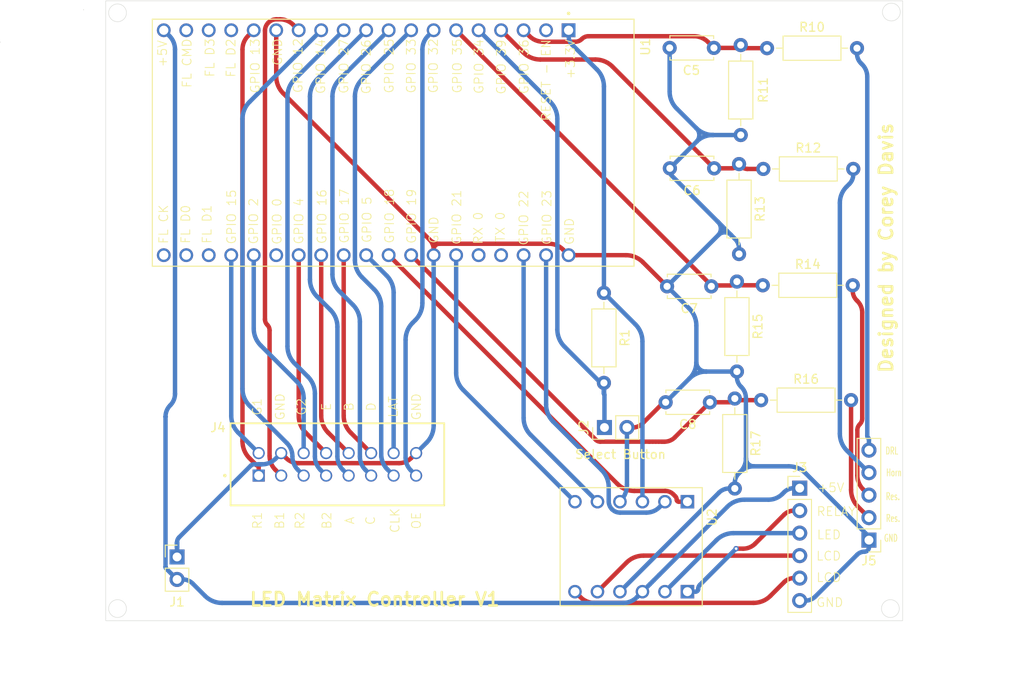
<source format=kicad_pcb>
(kicad_pcb (version 20221018) (generator pcbnew)
  (layers (0 "F.Cu" signal) (31 "B.Cu" signal) (34 "B.Paste" user) (35 "F.Paste" user) (36 "B.SilkS" user "B.Silkscreen") (37 "F.SilkS" user "F.Silkscreen") (38 "B.Mask" user) (39 "F.Mask" user) (44 "Edge.Cuts" user))
  (net 0 "")
  (net 1 "Net-(U1-SENSOR_VP)")
  (net 2 "GND")
  (net 3 "Net-(U1-SENSOR_VN)")
  (net 4 "Net-(U1-IO35)")
  (net 5 "Net-(U1-IO19)")
  (net 6 "+5V")
  (net 7 "Net-(J2-Pin_1)")
  (net 8 "Net-(J3-Pin_2)")
  (net 9 "Net-(J3-Pin_3)")
  (net 10 "Net-(J3-Pin_4)")
  (net 11 "Net-(J3-Pin_5)")
  (net 12 "Net-(J4-OE)")
  (net 13 "Net-(J4-G1)")
  (net 14 "Net-(J4-CLK)")
  (net 15 "Net-(J4-G2)")
  (net 16 "Net-(J4-E)")
  (net 17 "Net-(J4-A)")
  (net 18 "Net-(J4-B)")
  (net 19 "Net-(J4-C)")
  (net 20 "Net-(J4-D)")
  (net 21 "Net-(J4-LAT)")
  (net 22 "+3.3V")
  (net 23 "Net-(J5-Pin_2)")
  (net 24 "Net-(J5-Pin_3)")
  (net 29 "Net-(U1-IO23)")
  (net 30 "Net-(U1-IO22)")
  (net 33 "Net-(U1-IO21)")
  (net 34 "Net-(U1-IO18)")
  (net 39 "Net-(J4-R1)")
  (net 40 "Net-(J4-B1)")
  (net 41 "Net-(J4-R2)")
  (net 42 "Net-(J4-B2)")
  (net 43 "Net-(J5-Pin_4)")
  (net 44 "Net-(J5-Pin_5)")
  (footprint "Resistor_THT:R_Axial_DIN0207_L6.3mm_D2.5mm_P10.16mm_Horizontal" (layer "F.Cu") (at 116.51 69.09)
    (fp_text reference "R16")
    (fp_text value "47K")
  )
  (footprint "Library:SAMTEC_ZSS-108-01-F-D-506" (layer "F.Cu") (at 59.77 77.61)
    (fp_text reference "J4")
    (fp_text value "ZSS-108-01-F-D-506")
  )
  (footprint "Connector_PinHeader_2.54mm:PinHeader_1x02_P2.54mm_Vertical" (layer "F.Cu") (at 98.82 72.18 90)
    (fp_text reference "J2")
    (fp_text value "Select Button")
  )
  (footprint "Connector_PinHeader_2.54mm:PinHeader_1x02_P2.54mm_Vertical" (layer "F.Cu") (at 50.55 86.8)
    (fp_text reference "J1")
    (fp_text value "5V Power In")
  )
  (footprint "Connector_PinHeader_2.54mm:PinHeader_1x06_P2.54mm_Vertical" (layer "F.Cu") (at 120.87 79.03)
    (fp_text reference "J3")
    (fp_text value "LCD, Relay, LED Signal" hide)
  )
  (footprint "Resistor_THT:R_Axial_DIN0207_L6.3mm_D2.5mm_P10.16mm_Horizontal" (layer "F.Cu") (at 114.21 28.99 -90)
    (fp_text reference "R11")
    (fp_text value "10K")
  )
  (footprint "Connector_PinHeader_2.54mm:PinHeader_1x05_P2.54mm_Vertical" (layer "F.Cu") (at 128.69 84.9 180)
    (fp_text reference "J5")
    (fp_text value "Conn_01x05_Pin" hide)
  )
  (footprint "ESP32-DEVKITC-32D:MODULE_ESP32-DEVKITC-32D" (layer "F.Cu") (at 75.01 40.0175 -90)
    (fp_text reference "U1")
    (fp_text value "ESP32-DEVKITC-32D")
  )
  (footprint "Capacitor_THT:C_Disc_D4.7mm_W2.5mm_P5.00mm" (layer "F.Cu") (at 110.89 56.24 180)
    (fp_text reference "C7")
    (fp_text value "22pF")
  )
  (footprint "BOB-12009:CONV_BOB-12009" (layer "F.Cu") (at 101.84 85.64 -90)
    (fp_text reference "U2")
    (fp_text value "BOB-12009")
  )
  (footprint "Resistor_THT:R_Axial_DIN0207_L6.3mm_D2.5mm_P10.16mm_Horizontal" (layer "F.Cu") (at 114.02 42.43 -90)
    (fp_text reference "R13")
    (fp_text value "10K")
  )
  (footprint "Capacitor_THT:C_Disc_D4.7mm_W2.5mm_P5.00mm" (layer "F.Cu") (at 110.73 69.33 180)
    (fp_text reference "C8")
    (fp_text value "22pF")
  )
  (footprint "Capacitor_THT:C_Disc_D4.7mm_W2.5mm_P5.00mm" (layer "F.Cu") (at 111.18 29.31 180)
    (fp_text reference "C5")
    (fp_text value "22pF")
  )
  (footprint "Resistor_THT:R_Axial_DIN0207_L6.3mm_D2.5mm_P10.16mm_Horizontal" (layer "F.Cu") (at 113.54 68.91 -90)
    (fp_text reference "R17")
    (fp_text value "10K")
  )
  (footprint "Resistor_THT:R_Axial_DIN0207_L6.3mm_D2.5mm_P10.16mm_Horizontal" (layer "F.Cu") (at 113.78 55.7 -90)
    (fp_text reference "R15")
    (fp_text value "10K")
  )
  (footprint "Capacitor_THT:C_Disc_D4.7mm_W2.5mm_P5.00mm" (layer "F.Cu") (at 111.21 42.91 180)
    (fp_text reference "C6")
    (fp_text value "22pF")
  )
  (footprint "Resistor_THT:R_Axial_DIN0207_L6.3mm_D2.5mm_P10.16mm_Horizontal" (layer "F.Cu") (at 98.76 56.98 -90)
    (fp_text reference "R1")
    (fp_text value "1M")
  )
  (footprint "Resistor_THT:R_Axial_DIN0207_L6.3mm_D2.5mm_P10.16mm_Horizontal" (layer "F.Cu") (at 116.7 56.12)
    (fp_text reference "R14")
    (fp_text value "47K")
  )
  (footprint "Resistor_THT:R_Axial_DIN0207_L6.3mm_D2.5mm_P10.16mm_Horizontal" (layer "F.Cu") (at 116.76 42.98)
    (fp_text reference "R12")
    (fp_text value "47K")
  )
  (footprint "Resistor_THT:R_Axial_DIN0207_L6.3mm_D2.5mm_P10.16mm_Horizontal" (layer "F.Cu") (at 117.18 29.34)
    (fp_text reference "R10")
    (fp_text value "47K")
  )
  (gr_circle (center 30.58 28.66) (end 30.58 28.66) (stroke (width 0.05)) (fill none) (layer "Edge.Cuts"))
  (gr_circle (center 131.22 25.26) (end 131.95 25.95) (stroke (width 0.05)) (fill none) (layer "Edge.Cuts"))
  (gr_circle (center 131.11 92.63) (end 131.84 93.32) (stroke (width 0.05)) (fill none) (layer "Edge.Cuts"))
  (gr_rect (start 42.5 24) (end 132.5 94) (stroke (width 0.05)) (fill none) (layer "Edge.Cuts"))
  (gr_circle (center 40 25) (end 40 25) (stroke (width 0.05)) (fill none) (layer "Edge.Cuts"))
  (gr_circle (center 43.83 92.63) (end 44.56 93.32) (stroke (width 0.05)) (fill none) (layer "Edge.Cuts"))
  (gr_circle (center 43.83 25.35) (end 44.56 26.04) (stroke (width 0.05)) (fill none) (layer "Edge.Cuts"))
  (gr_text "+5V" (at 122.8 79.56) (layer "F.SilkS") (effects (font (size 1 1) (thickness 0.1)) (justify left bottom)))
  (gr_text "GPIO 25" (at 75.09 34.51 90) (layer "F.SilkS") (effects (font (size 1 1) (thickness 0.1)) (justify left bottom)))
  (gr_text "RX 0" (at 85.15 51.56 90) (layer "F.SilkS") (effects (font (size 1 1) (thickness 0.1)) (justify left bottom)))
  (gr_text "FL CK" (at 49.62 51.51 90) (layer "F.SilkS") (effects (font (size 1 1) (thickness 0.1)) (justify left bottom)))
  (gr_text "GPIO 34" (at 85.23 34.57 90) (layer "F.SilkS") (effects (font (size 1 1) (thickness 0.1)) (justify left bottom)))
  (gr_text "GND" (at 95.45 51.62 90) (layer "F.SilkS") (effects (font (size 1 1) (thickness 0.1)) (justify left bottom)))
  (gr_text "GND" (at 130.34 85.14) (layer "F.SilkS") (effects (font (size 0.8 0.5) (thickness 0.1)) (justify left bottom)))
  (gr_text "GPIO 26" (at 72.5 34.61 90) (layer "F.SilkS") (effects (font (size 1 1) (thickness 0.1)) (justify left bottom)))
  (gr_text "GND" (at 78.17 71.43 90) (layer "F.SilkS") (effects (font (size 1 1) (thickness 0.1)) (justify left bottom)))
  (gr_text "GPIO 22" (at 90.29 51.68 90) (layer "F.SilkS") (effects (font (size 1 1) (thickness 0.1)) (justify left bottom)))
  (gr_text "C" (at 72.98 83.253809 90) (layer "F.SilkS") (effects (font (size 1 1) (thickness 0.1)) (justify left bottom)))
  (gr_text "GPIO 18" (at 75.13 51.46 90) (layer "F.SilkS") (effects (font (size 1 1) (thickness 0.1)) (justify left bottom)))
  (gr_text "GPIO 39" (at 87.75 34.63 90) (layer "F.SilkS") (effects (font (size 1 1) (thickness 0.1)) (justify left bottom)))
  (gr_text "GPIO 32" (at 80.08 34.5 90) (layer "F.SilkS") (effects (font (size 1 1) (thickness 0.1)) (justify left bottom)))
  (gr_text "Res." (at 130.56 82.9) (layer "F.SilkS") (effects (font (size 0.8 0.5) (thickness 0.1)) (justify left bottom)))
  (gr_text "GPIO 19" (at 77.62 51.49 90) (layer "F.SilkS") (effects (font (size 1 1) (thickness 0.1)) (justify left bottom)))
  (gr_text "GPIO 36" (at 90.33 34.59 90) (layer "F.SilkS") (effects (font (size 1 1) (thickness 0.1)) (justify left bottom)))
  (gr_text "B1" (at 62.72 83.73 90) (layer "F.SilkS") (effects (font (size 1 1) (thickness 0.1)) (justify left bottom)))
  (gr_text "GPIO 5" (at 72.58 51.4 90) (layer "F.SilkS") (effects (font (size 1 1) (thickness 0.1)) (justify left bottom)))
  (gr_text "GND" (at 80.14 51.46 90) (layer "F.SilkS") (effects (font (size 1 1) (thickness 0.1)) (justify left bottom)))
  (gr_text "A" (at 70.64 83.182381 90) (layer "F.SilkS") (effects (font (size 1 1) (thickness 0.1)) (justify left bottom)))
  (gr_text "GPIO 0" (at 62.43 51.59 90) (layer "F.SilkS") (effects (font (size 1 1) (thickness 0.1)) (justify left bottom)))
  (gr_text "GPIO 15" (at 57.29 51.56 90) (layer "F.SilkS") (effects (font (size 1 1) (thickness 0.1)) (justify left bottom)))
  (gr_text "GPIO 16" (at 67.5 51.52 90) (layer "F.SilkS") (effects (font (size 1 1) (thickness 0.1)) (justify left bottom)))
  (gr_text "GPIO 14" (at 67.36 34.58 90) (layer "F.SilkS") (effects (font (size 1 1) (thickness 0.1)) (justify left bottom)))
  (gr_text "LCD" (at 122.67 87.28) (layer "F.SilkS") (effects (font (size 1 1) (thickness 0.1)) (justify left bottom)))
  (gr_text "B" (at 70.56 70.40619 90) (layer "F.SilkS") (effects (font (size 1 1) (thickness 0.1)) (justify left bottom)))
  (gr_text "D" (at 73.06 70.40619 90) (layer "F.SilkS") (effects (font (size 1 1) (thickness 0.1)) (justify left bottom)))
  (gr_text "G1" (at 60.18 70.882381 90) (layer "F.SilkS") (effects (font (size 1 1) (thickness 0.1)) (justify left bottom)))
  (gr_text "GPIO 4" (at 64.89 51.56 90) (layer "F.SilkS") (effects (font (size 1 1) (thickness 0.1)) (justify left bottom)))
  (gr_text "Res." (at 130.54 80.44) (layer "F.SilkS") (effects (font (size 0.8 0.5) (thickness 0.1)) (justify left bottom)))
  (gr_text "LED\n" (at 122.75 84.88) (layer "F.SilkS") (effects (font (size 1 1) (thickness 0.1)) (justify left bottom)))
  (gr_text "GPIO 23" (at 92.9 51.62 90) (layer "F.SilkS") (effects (font (size 1 1) (thickness 0.1)) (justify left bottom)))
  (gr_text "FL D1" (at 54.52 51.49 90) (layer "F.SilkS") (effects (font (size 1 1) (thickness 0.1)) (justify left bottom)))
  (gr_text "FL D3" (at 54.85 32.68 90) (layer "F.SilkS") (effects (font (size 1 1) (thickness 0.1) bold) (justify left bottom)))
  (gr_text "Horn" (at 130.58 77.75) (layer "F.SilkS") (effects (font (size 0.8 0.5) (thickness 0.1)) (justify left bottom)))
  (gr_text "GPIO 35" (at 82.78 34.51 90) (layer "F.SilkS") (effects (font (size 1 1) (thickness 0.1)) (justify left bottom)))
  (gr_text "OE" (at 78.16 83.73 90) (layer "F.SilkS") (effects (font (size 1 1) (thickness 0.1)) (justify left bottom)))
  (gr_text "TX 0" (at 87.64 51.31 90) (layer "F.SilkS") (effects (font (size 1 1) (thickness 0.1)) (justify left bottom)))
  (gr_text "GPIO 2" (at 59.78 51.56 90) (layer "F.SilkS") (effects (font (size 1 1) (thickness 0.1)) (justify left bottom)))
  (gr_text "CLK" (at 75.75 84.158571 90) (layer "F.SilkS") (effects (font (size 1 1) (thickness 0.1)) (justify left bottom)))
  (gr_text "DRL" (at 130.51 75.29) (layer "F.SilkS") (effects (font (size 0.8 0.5) (thickness 0.1)) (justify left bottom)))
  (gr_text "R2" (at 65.01 83.73 90) (layer "F.SilkS") (effects (font (size 1 1) (thickness 0.1)) (justify left bottom)))
  (gr_text "GND" (at 122.68 92.53) (layer "F.SilkS") (effects (font (size 1 1) (thickness 0.1)) (justify left bottom)))
  (gr_text "R1" (at 60.21 83.73 90) (layer "F.SilkS") (effects (font (size 1 1) (thickness 0.1)) (justify left bottom)))
  (gr_text "RESET - EN" (at 92.82 37.65 90) (layer "F.SilkS") (effects (font (size 1 1) (thickness 0.1)) (justify left bottom)))
  (gr_text "FL D2" (at 57.22 32.71 90) (layer "F.SilkS") (effects (font (size 1 1) (thickness 0.1) bold) (justify left bottom)))
  (gr_text "Designed by Corey Davis" (at 131.5 66.16 90) (layer "F.SilkS") (effects (font (size 1.5 1.5) (thickness 0.3) bold) (justify left bottom)))
  (gr_text "GPIO 12" (at 64.8 34.47 90) (layer "F.SilkS") (effects (font (size 1 1) (thickness 0.1)) (justify left bottom)))
  (gr_text "GPIO 27" (at 69.97 34.55 90) (layer "F.SilkS") (effects (font (size 1 1) (thickness 0.1)) (justify left bottom)))
  (gr_text "G2" (at 65.2 70.882381 90) (layer "F.SilkS") (effects (font (size 1 1) (thickness 0.1)) (justify left bottom)))
  (gr_text "GPIO 17" (at 70.03 51.46 90) (layer "F.SilkS") (effects (font (size 1 1) (thickness 0.1)) (justify left bottom)))
  (gr_text "FL D0" (at 52.11 51.49 90) (layer "F.SilkS") (effects (font (size 1 1) (thickness 0.1)) (justify left bottom)))
  (gr_text "E" (at 68 70.358571 90) (layer "F.SilkS") (effects (font (size 1 1) (thickness 0.1)) (justify left bottom)))
  (gr_text "RELAY" (at 122.72 82.25) (layer "F.SilkS") (effects (font (size 1 1) (thickness 0.1)) (justify left bottom)))
  (gr_text "B2" (at 68.05 83.73 90) (layer "F.SilkS") (effects (font (size 1 1) (thickness 0.1)) (justify left bottom)))
  (gr_text "LCD" (at 122.69 89.71) (layer "F.SilkS") (effects (font (size 1 1) (thickness 0.1)) (justify left bottom)))
  (gr_text "FL CMD" (at 52.26 33.89 90) (layer "F.SilkS") (effects (font (size 1 1) (thickness 0.1) bold) (justify left bottom)))
  (gr_text "GND" (at 62.78 71.43 90) (layer "F.SilkS") (effects (font (size 1 1) (thickness 0.1)) (justify left bottom)))
  (gr_text "+5V" (at 49.49 31.55 90) (layer "F.SilkS") (effects (font (size 1 1) (thickness 0.1) bold) (justify left bottom)))
  (gr_text "LAT" (at 75.55 71.120476 90) (layer "F.SilkS") (effects (font (size 1 1) (thickness 0.1)) (justify left bottom)))
  (gr_text "+3.3V" (at 95.56 32.89 90) (layer "F.SilkS") (effects (font (size 1 1) (thickness 0.1)) (justify left bottom)))
  (gr_text "GPIO 13" (at 59.96 34.5 90) (layer "F.SilkS") (effects (font (size 1 1) (thickness 0.1) bold) (justify left bottom)))
  (gr_text "GPIO 21" (at 82.72 51.59 90) (layer "F.SilkS") (effects (font (size 1 1) (thickness 0.1)) (justify left bottom)))
  (gr_text "GPIO 33" (at 77.58 34.51 90) (layer "F.SilkS") (effects (font (size 1 1) (thickness 0.1)) (justify left bottom)))
  (gr_text "LED Matrix Controller V1" (at 58.61 92.47) (layer "F.SilkS") (effects (font (size 1.5 1.5) (thickness 0.3) bold) (justify left bottom)))
  (gr_text "GND" (at 62.49 31.36 90) (layer "F.SilkS") (effects (font (size 1 1) (thickness 0.1)) (justify left bottom)))
  (segment (start 90.33895 27.96645) (end 89.69 27.3175) (width 0.5) (layer "F.Cu") (net 1))
  (segment (start 97.021007 27.9896) (end 108.925936 27.9896) (width 0.5) (layer "F.Cu") (net 1))
  (segment (start 114.807487 29.34) (end 117.18 29.34) (width 0.5) (layer "F.Cu") (net 1))
  (segment (start 91.905653 28.6154) (end 95.510192 28.6154) (width 0.5) (layer "F.Cu") (net 1))
  (segment (start 113.663725 29.31) (end 111.646831 29.31) (width 0.5) (layer "F.Cu") (net 1))
  (segment (start 114.385 29.165) (end 114.37 29.15) (width 0.5) (layer "F.Cu") (net 1))
  (segment (start 110.8499 28.9799) (end 110.5198 28.6498) (width 0.5) (layer "F.Cu") (net 1))
  (arc (start 110.8499 28.9799) (mid 111.215535 29.224209) (end 111.646831 29.31) (width 0.5) (layer "F.Cu") (net 1))
  (arc (start 96.2656 28.3025) (mid 95.919015 28.534079) (end 95.510192 28.6154) (width 0.5) (layer "F.Cu") (net 1))
  (arc (start 114.05 29.15) (mid 114.209999 29.083725) (end 114.37 29.15) (width 0.5) (layer "F.Cu") (net 1))
  (arc (start 113.663725 29.31) (mid 113.872775 29.268417) (end 114.05 29.15) (width 0.5) (layer "F.Cu") (net 1))
  (arc (start 114.807487 29.34) (mid 114.578838 29.294518) (end 114.385 29.165) (width 0.5) (layer "F.Cu") (net 1))
  (arc (start 110.5198 28.6498) (mid 109.788529 28.16118) (end 108.925936 27.9896) (width 0.5) (layer "F.Cu") (net 1))
  (arc (start 97.021007 27.9896) (mid 96.612183 28.07092) (end 96.2656 28.3025) (width 0.5) (layer "F.Cu") (net 1))
  (arc (start 90.33895 27.96645) (mid 91.057759 28.446743) (end 91.905653 28.6154) (width 0.5) (layer "F.Cu") (net 1))
  (segment (start 62.87845 75.63845) (end 62.31 75.07) (width 0.5) (layer "F.Cu") (net 2))
  (segment (start 80.1749 51.4277) (end 92.568173 51.4277) (width 0.5) (layer "F.Cu") (net 2))
  (segment (start 76.98155 75.63845) (end 77.55 75.07) (width 0.5) (layer "F.Cu") (net 2))
  (segment (start 105.434788 69.40711) (end 103.122189 71.719709) (width 0.5) (layer "F.Cu") (net 2))
  (segment (start 103.164396 53.514396) (end 105.89 56.24) (width 0.5) (layer "F.Cu") (net 2))
  (segment (start 105.620949 69.33) (end 105.73 69.33) (width 0.5) (layer "F.Cu") (net 2))
  (segment (start 62.546896 34.444596) (end 79.073986 50.971686) (width 0.5) (layer "F.Cu") (net 2))
  (segment (start 75.60919 76.2069) (end 64.250809 76.2069) (width 0.5) (layer "F.Cu") (net 2))
  (segment (start 95.682026 52.7175) (end 101.240518 52.7175) (width 0.5) (layer "F.Cu") (net 2))
  (segment (start 61.75 32.520718) (end 61.75 27.3175) (width 0.5) (layer "F.Cu") (net 2))
  (segment (start 102.010949 72.18) (end 101.36 72.18) (width 0.5) (layer "F.Cu") (net 2))
  (segment (start 79.53 52.0726) (end 79.53 52.7175) (width 0.5) (layer "F.Cu") (net 2))
  (arc (start 62.546896 34.444596) (mid 61.957106 33.561913) (end 61.75 32.520718) (width 0.5) (layer "F.Cu") (net 2))
  (arc (start 80.1749 51.4277) (mid 79.718886 51.616586) (end 79.53 52.0726) (width 0.5) (layer "F.Cu") (net 2))
  (arc (start 79.073986 50.971686) (mid 79.411485 51.476789) (end 79.53 52.0726) (width 0.5) (layer "F.Cu") (net 2))
  (arc (start 62.87845 75.63845) (mid 63.508093 76.059164) (end 64.250809 76.2069) (width 0.5) (layer "F.Cu") (net 2))
  (arc (start 94.1251 52.0726) (mid 93.410775 51.595304) (end 92.568173 51.4277) (width 0.5) (layer "F.Cu") (net 2))
  (arc (start 76.98155 75.63845) (mid 76.351905 76.059164) (end 75.60919 76.2069) (width 0.5) (layer "F.Cu") (net 2))
  (arc (start 94.1251 52.0726) (mid 94.839423 52.549895) (end 95.682026 52.7175) (width 0.5) (layer "F.Cu") (net 2))
  (arc (start 80.1749 51.4277) (mid 79.579089 51.309185) (end 79.073986 50.971686) (width 0.5) (layer "F.Cu") (net 2))
  (arc (start 105.620949 69.33) (mid 105.520199 69.35004) (end 105.434788 69.40711) (width 0.5) (layer "F.Cu") (net 2))
  (arc (start 101.240518 52.7175) (mid 102.281713 52.924606) (end 103.164396 53.514396) (width 0.5) (layer "F.Cu") (net 2))
  (arc (start 103.122189 71.719709) (mid 102.612348 72.060374) (end 102.010949 72.18) (width 0.5) (layer "F.Cu") (net 2))
  (segment (start 60.024701 76.34) (end 60.014503 76.34) (width 0.5) (layer "B.Cu") (net 2))
  (segment (start 59.999208 76.340001) (end 59.99241 76.340001) (width 0.5) (layer "B.Cu") (net 2))
  (segment (start 108.403103 66.656896) (end 105.807109 69.25289) (width 0.5) (layer "B.Cu") (net 2))
  (segment (start 128.69 84.800424) (end 128.69 84.825318) (width 0.5) (layer "B.Cu") (net 2))
  (segment (start 115.68276 76.5629) (end 119.624218 76.5629) (width 0.5) (layer "B.Cu") (net 2))
  (segment (start 128.69 84.70085) (end 128.69 84.707073) (width 0.5) (layer "B.Cu") (net 2))
  (segment (start 50.55 86.644949) (end 50.55 86.722474) (width 0.5) (layer "B.Cu") (net 2))
  (segment (start 112.91405 79.07) (end 112.88 79.07) (width 0.5) (layer "B.Cu") (net 2))
  (segment (start 111.598968 48.916981) (end 113.11308 50.431123) (width 0.5) (layer "B.Cu") (net 2))
  (segment (start 59.965216 76.340001) (end 59.958417 76.340001) (width 0.5) (layer "B.Cu") (net 2))
  (segment (start 60.024701 76.34) (end 60.033198 76.34) (width 0.5) (layer "B.Cu") (net 2))
  (segment (start 60.141974 76.34) (end 60.140274 76.34) (width 0.5) (layer "B.Cu") (net 2))
  (segment (start 59.958417 76.340001) (end 59.924424 76.340002) (width 0.5) (layer "B.Cu") (net 2))
  (segment (start 59.985611 76.340001) (end 59.965216 76.340001) (width 0.5) (layer "B.Cu") (net 2))
  (segment (start 50.55 85.167901) (end 50.55 85.15725) (width 0.5) (layer "B.Cu") (net 2))
  (segment (start 59.815651 76.340006) (end 59.851342 76.340005) (width 0.5) (layer "B.Cu") (net 2))
  (segment (start 111.598968 48.916981) (end 106.428533 43.746629) (width 0.5) (layer "B.Cu") (net 2))
  (segment (start 50.55 85.201778) (end 50.55 85.189204) (width 0.5) (layer "B.Cu") (net 2))
  (segment (start 50.55 86.070874) (end 50.55 86.1798) (width 0.5) (layer "B.Cu") (net 2))
  (segment (start 50.55 86.780618) (end 50.55 86.8) (width 0.5) (layer "B.Cu") (net 2))
  (segment (start 128.69 85.549812) (end 128.69 85.602174) (width 0.5) (layer "B.Cu") (net 2))
  (segment (start 114.02 51.96405) (end 114.02 52.59) (width 0.5) (layer "B.Cu") (net 2))
  (segment (start 128.69 84.999573) (end 128.69 85.099148) (width 0.5) (layer "B.Cu") (net 2))
  (segment (start 128.69 84.725742) (end 128.69 84.750635) (width 0.5) (layer "B.Cu") (net 2))
  (segment (start 60.014503 76.34) (end 60.012802 76.34) (width 0.5) (layer "B.Cu") (net 2))
  (segment (start 128.69 85.49745) (end 128.69 85.549812) (width 0.5) (layer "B.Cu") (net 2))
  (segment (start 60.106281 76.34) (end 60.096081 76.34) (width 0.5) (layer "B.Cu") (net 2))
  (segment (start 61.675 75.705) (end 62.31 75.07) (width 0.5) (layer "B.Cu") (net 2))
  (segment (start 50.55 85.6224) (end 50.55 85.600934) (width 0.5) (layer "B.Cu") (net 2))
  (segment (start 114.2876 67.6195) (end 114.222613 67.554513) (width 0.5) (layer "B.Cu") (net 2))
  (segment (start 113.5774 50.895472) (end 113.11308 50.431123) (width 0.5) (layer "B.Cu") (net 2))
  (segment (start 60.096081 76.34) (end 60.087584 76.34) (width 0.5) (layer "B.Cu") (net 2))
  (segment (start 128.69 84.707073) (end 128.69 84.719519) (width 0.5) (layer "B.Cu") (net 2))
  (segment (start 50.55 85.53494) (end 50.55 85.600934) (width 0.5) (layer "B.Cu") (net 2))
  (segment (start 50.55 85.947223) (end 50.55 85.813639) (width 0.5) (layer "B.Cu") (net 2))
  (segment (start 111.698894 50.431105) (end 105.89 56.24) (width 0.5) (layer "B.Cu") (net 2))
  (segment (start 60.107982 76.34) (end 60.106281 76.34) (width 0.5) (layer "B.Cu") (net 2))
  (segment (start 128.69 84.77553) (end 128.69 84.800424) (width 0.5) (layer "B.Cu") (net 2))
  (segment (start 50.55 85.24054) (end 50.55 85.279302) (width 0.5) (layer "B.Cu") (net 2))
  (segment (start 50.55 85.167901) (end 50.55 85.189204) (width 0.5) (layer "B.Cu") (net 2))
  (segment (start 128.69 84.719519) (end 128.69 84.725742) (width 0.5) (layer "B.Cu") (net 2))
  (segment (start 128.69 85.198724) (end 128.69 85.156661) (width 0.5) (layer "B.Cu") (net 2))
  (segment (start 60.140274 76.34) (end 60.136874 76.34) (width 0.5) (layer "B.Cu") (net 2))
  (segment (start 50.55 85.668524) (end 50.55 85.691586) (width 0.5) (layer "B.Cu") (net 2))
  (segment (start 59.815651 76.340006) (end 59.706878 76.340012) (width 0.5) (layer "B.Cu") (net 2))
  (segment (start 128.69 85.146361) (end 128.69 85.151511) (width 0.5) (layer "B.Cu") (net 2))
  (segment (start 128.69 84.825318) (end 128.69 84.831541) (width 0.5) (layer "B.Cu") (net 2))
  (segment (start 113.78 66.48595) (end 113.78 66.172975) (width 0.5) (layer "B.Cu") (net 2))
  (segment (start 59.888732 76.340003) (end 59.851342 76.340005) (width 0.5) (layer "B.Cu") (net 2))
  (segment (start 128.69 84.831541) (end 128.69 84.868881) (width 0.5) (layer "B.Cu") (net 2))
  (segment (start 113.982613 77.375486) (end 114.1676 77.1905) (width 0.5) (layer "B.Cu") (net 2))
  (segment (start 50.55 86.489899) (end 50.55 86.567424) (width 0.5) (layer "B.Cu") (net 2))
  (segment (start 128.69 85.099148) (end 128.69 85.146361) (width 0.5) (layer "B.Cu") (net 2))
  (segment (start 128.69 85.198724) (end 128.69 85.288) (width 0.5) (layer "B.Cu") (net 2))
  (segment (start 50.55 86.412374) (end 50.55 86.489899) (width 0.5) (layer "B.Cu") (net 2))
  (segment (start 50.55 85.645462) (end 50.55 85.668524) (width 0.5) (layer "B.Cu") (net 2))
  (segment (start 60.006005 76.34) (end 59.999208 76.340001) (width 0.5) (layer "B.Cu") (net 2))
  (segment (start 101.36 78.652778) (end 101.36 72.18) (width 0.5) (layer "B.Cu") (net 2))
  (segment (start 50.55 86.039473) (end 50.55 86.070874) (width 0.5) (layer "B.Cu") (net 2))
  (segment (start 128.69 85.7069) (end 128.69 85.693809) (width 0.5) (layer "B.Cu") (net 2))
  (segment (start 50.55 85.439076) (end 50.55 85.53494) (width 0.5) (layer "B.Cu") (net 2))
  (segment (start 128.69 85.288) (end 128.69 85.377276) (width 0.5) (layer "B.Cu") (net 2))
  (segment (start 50.55 86.1798) (end 50.55 86.288726) (width 0.5) (layer "B.Cu") (net 2))
  (segment (start 128.69 85.602174) (end 128.69 85.654536) (width 0.5) (layer "B.Cu") (net 2))
  (segment (start 128.69 85.151511) (end 128.69 85.156661) (width 0.5) (layer "B.Cu") (net 2))
  (segment (start 60.087584 76.34) (end 60.060391 76.34) (width 0.5) (layer "B.Cu") (net 2))
  (segment (start 50.55 86.741855) (end 50.55 86.780618) (width 0.5) (layer "B.Cu") (net 2))
  (segment (start 50.55 85.385656) (end 50.55 85.386698) (width 0.5) (layer "B.Cu") (net 2))
  (segment (start 50.55 86.288726) (end 50.55 86.412374) (width 0.5) (layer "B.Cu") (net 2))
  (segment (start 59.924424 76.340002) (end 59.890431 76.340003) (width 0.5) (layer "B.Cu") (net 2))
  (segment (start 128.69 85.667627) (end 128.69 85.654536) (width 0.5) (layer "B.Cu") (net 2))
  (segment (start 128.69 85.377276) (end 128.69 85.445088) (width 0.5) (layer "B.Cu") (net 2))
  (segment (start 121.52095 91.73) (end 120.87 91.73) (width 0.5) (layer "B.Cu") (net 2))
  (segment (start 122.632191 91.269708) (end 127.349982 86.551917) (width 0.5) (layer "B.Cu") (net 2))
  (segment (start 128.69 85.445088) (end 128.69 85.49745) (width 0.5) (layer "B.Cu") (net 2))
  (segment (start 114.7952 75.675339) (end 114.7952 68.844954) (width 0.5) (layer "B.Cu") (net 2))
  (segment (start 50.55 85.386698) (end 50.55 85.439076) (width 0.5) (layer "B.Cu") (net 2))
  (segment (start 50.55 85.691586) (end 50.55 85.724583) (width 0.5) (layer "B.Cu") (net 2))
  (segment (start 50.55 86.567424) (end 50.55 86.644949) (width 0.5) (layer "B.Cu") (net 2))
  (segment (start 109.2 60.676981) (end 109.2 64.86) (width 0.5) (layer "B.Cu") (net 2))
  (segment (start 50.55 85.285068) (end 50.55 85.335362) (width 0.5) (layer "B.Cu") (net 2))
  (segment (start 59.99241 76.340001) (end 59.985611 76.340001) (width 0.5) (layer "B.Cu") (net 2))
  (segment (start 128.549179 84.360879) (end 121.548096 77.359796) (width 0.5) (layer "B.Cu") (net 2))
  (segment (start 108.403103 58.753103) (end 105.89 56.24) (width 0.5) (layer "B.Cu") (net 2))
  (segment (start 50.791017 84.575382) (end 58.875792 76.490607) (width 0.5) (layer "B.Cu") (net 2))
  (segment (start 109.262893 39.857106) (end 106.428531 42.691468) (width 0.5) (layer "B.Cu") (net 2))
  (segment (start 106.18 34.233018) (end 106.18 29.31) (width 0.5) (layer "B.Cu") (net 2))
  (segment (start 60.121578 76.34) (end 60.11478 76.34) (width 0.5) (layer "B.Cu") (net 2))
  (segment (start 50.55 85.947223) (end 50.55 85.993348) (width 0.5) (layer "B.Cu") (net 2))
  (segment (start 79.53 71.963018) (end 79.53 52.7175) (width 0.5) (layer "B.Cu") (net 2))
  (segment (start 50.55 85.335362) (end 50.55 85.385656) (width 0.5) (layer "B.Cu") (net 2))
  (segment (start 128.69 84.750635) (end 128.69 84.77553) (width 0.5) (layer "B.Cu") (net 2))
  (segment (start 128.69 84.899998) (end 128.69 84.868881) (width 0.5) (layer "B.Cu") (net 2))
  (segment (start 111.753309 79.53669) (end 100.57 90.72) (width 0.5) (layer "B.Cu") (net 2))
  (segment (start 60.060391 76.34) (end 60.033198 76.34) (width 0.5) (layer "B.Cu") (net 2))
  (segment (start 50.55 85.993348) (end 50.55 86.039473) (width 0.5) (layer "B.Cu") (net 2))
  (segment (start 60.012802 76.34) (end 60.006005 76.34) (width 0.5) (layer "B.Cu") (net 2))
  (segment (start 78.733103 73.886896) (end 77.55 75.07) (width 0.5) (layer "B.Cu") (net 2))
  (segment (start 50.55 85.279302) (end 50.55 85.285068) (width 0.5) (layer "B.Cu") (net 2))
  (segment (start 50.55 86.741855) (end 50.55 86.722474) (width 0.5) (layer "B.Cu") (net 2))
  (segment (start 109.173103 38.353103) (end 106.976896 36.156896) (width 0.5) (layer "B.Cu") (net 2))
  (segment (start 111.096981 39.15) (end 114.21 39.15) (width 0.5) (layer "B.Cu") (net 2))
  (segment (start 59.706878 76.340012) (end 59.239291 76.340032) (width 0.5) (layer "B.Cu") (net 2))
  (segment (start 50.55 85.201778) (end 50.55 85.24054) (width 0.5) (layer "B.Cu") (net 2))
  (segment (start 128.69 85.667627) (end 128.69 85.693809) (width 0.5) (layer "B.Cu") (net 2))
  (segment (start 128.69 84.899998) (end 128.69 84.999573) (width 0.5) (layer "B.Cu") (net 2))
  (segment (start 60.136874 76.34) (end 60.135174 76.34) (width 0.5) (layer "B.Cu") (net 2))
  (segment (start 60.135174 76.34) (end 60.128376 76.34) (width 0.5) (layer "B.Cu") (net 2))
  (segment (start 110.326981 65.86) (end 113.467025 65.86) (width 0.5) (layer "B.Cu") (net 2))
  (segment (start 50.55 85.6224) (end 50.55 85.645462) (width 0.5) (layer "B.Cu") (net 2))
  (segment (start 60.11478 76.34) (end 60.107982 76.34) (width 0.5) (layer "B.Cu") (net 2))
  (segment (start 59.888732 76.340003) (end 59.890431 76.340003) (width 0.5) (layer "B.Cu") (net 2))
  (segment (start 60.128376 76.34) (end 60.121578 76.34) (width 0.5) (layer "B.Cu") (net 2))
  (segment (start 50.55 85.724583) (end 50.55 85.813639) (width 0.5) (layer "B.Cu") (net 2))
  (arc (start 109.173103 38.353103) (mid 110.055786 38.942893) (end 111.096981 39.15) (width 0.5) (layer "B.Cu") (net 2))
  (arc (start 121.548096 77.359796) (mid 120.665413 76.770006) (end 119.624218 76.5629) (width 0.5) (layer "B.Cu") (net 2))
  (arc (start 112.91405 79.07) (mid 113.356663 78.886663) (end 113.54 78.44405) (width 0.5) (layer "B.Cu") (net 2))
  (arc (start 101.36 78.652778) (mid 101.154687 79.684957) (end 100.57 80.56) (width 0.5) (layer "B.Cu") (net 2))
  (arc (start 114.7952 68.844954) (mid 114.663279 68.181743) (end 114.2876 67.6195) (width 0.5) (layer "B.Cu") (net 2))
  (arc (start 79.53 71.963018) (mid 79.322893 73.004213) (end 78.733103 73.886896) (width 0.5) (layer "B.Cu") (net 2))
  (arc (start 114.7952 75.675339) (mid 114.632092 76.495338) (end 114.1676 77.1905) (width 0.5) (layer "B.Cu") (net 2))
  (arc (start 106.428533 43.746629) (mid 106.266794 43.504574) (end 106.21 43.21905) (width 0.5) (layer "B.Cu") (net 2))
  (arc (start 59.239291 76.340032) (mid 59.042567 76.379169) (end 58.875792 76.490607) (width 0.5) (layer "B.Cu") (net 2))
  (arc (start 106.428531 42.691468) (mid 106.266794 42.933524) (end 106.21 43.21905) (width 0.5) (layer "B.Cu") (net 2))
  (arc (start 113.982613 77.375486) (mid 113.655031 77.865747) (end 113.54 78.44405) (width 0.5) (layer "B.Cu") (net 2))
  (arc (start 110.326981 65.86) (mid 109.285786 66.067106) (end 108.403103 66.656896) (width 0.5) (layer "B.Cu") (net 2))
  (arc (start 111.698894 50.431105) (mid 112.405992 50.13822) (end 113.11308 50.431123) (width 0.5) (layer "B.Cu") (net 2))
  (arc (start 106.18 34.233018) (mid 106.387106 35.274213) (end 106.976896 36.156896) (width 0.5) (layer "B.Cu") (net 2))
  (arc (start 114.02 51.96405) (mid 113.904972 51.385743) (end 113.5774 50.895472) (width 0.5) (layer "B.Cu") (net 2))
  (arc (start 60.141974 76.34) (mid 60.971641 76.174968) (end 61.675 75.705) (width 0.5) (layer "B.Cu") (net 2))
  (arc (start 109.262893 39.857106) (mid 110.079121 39.33377) (end 111.096981 39.15) (width 0.5) (layer "B.Cu") (net 2))
  (arc (start 108.403103 58.753103) (mid 108.992893 59.635786) (end 109.2 60.676981) (width 0.5) (layer "B.Cu") (net 2))
  (arc (start 113.78 66.172975) (mid 113.688331 65.951668) (end 113.467025 65.86) (width 0.5) (layer "B.Cu") (net 2))
  (arc (start 128.195 86.2019) (mid 127.737679 86.292866) (end 127.349982 86.551917) (width 0.5) (layer "B.Cu") (net 2))
  (arc (start 128.69 85.7069) (mid 128.545017 86.056917) (end 128.195 86.2019) (width 0.5) (layer "B.Cu") (net 2))
  (arc (start 121.52095 91.73) (mid 122.122349 91.610374) (end 122.632191 91.269708) (width 0.5) (layer "B.Cu") (net 2))
  (arc (start 113.78 66.48595) (mid 113.895031 67.064252) (end 114.222613 67.554513) (width 0.5) (layer "B.Cu") (net 2))
  (arc (start 110.326981 65.86) (mid 109.530085 65.567106) (end 109.2 64.86) (width 0.5) (layer "B.Cu") (net 2))
  (arc (start 115.68276 76.5629) (mid 114.862761 76.726007) (end 114.1676 77.1905) (width 0.5) (layer "B.Cu") (net 2))
  (arc (start 128.549179 84.360879) (mid 128.653401 84.516859) (end 128.69 84.70085) (width 0.5) (layer "B.Cu") (net 2))
  (arc (start 109.262893 39.857106) (mid 109.529487 39.1237) (end 109.173103 38.353103) (width 0.5) (layer "B.Cu") (net 2))
  (arc (start 114.7952 75.675339) (mid 115.05516 76.302939) (end 115.68276 76.5629) (width 0.5) (layer "B.Cu") (net 2))
  (arc (start 111.698894 50.431105) (mid 111.962518 49.694735) (end 111.598968 48.916981) (width 0.5) (layer "B.Cu") (net 2))
  (arc (start 109.2 64.86) (mid 108.992893 65.807214) (end 108.403103 66.656896) (width 0.5) (layer "B.Cu") (net 2))
  (arc (start 50.55 85.15725) (mid 50.612638 84.842345) (end 50.791017 84.575382) (width 0.5) (layer "B.Cu") (net 2))
  (arc (start 112.88 79.07) (mid 112.270239 79.191288) (end 111.753309 79.53669) (width 0.5) (layer "B.Cu") (net 2))
  (segment (start 111.21 42.91) (end 113.200588 42.91) (width 0.5) (layer "F.Cu") (net 3))
  (segment (start 99.718996 31.418996) (end 111.21 42.91) (width 0.5) (layer "F.Cu") (net 3))
  (segment (start 91.581581 30.6221) (end 97.795118 30.6221) (width 0.5) (layer "F.Cu") (net 3))
  (segment (start 114.958908 42.98) (end 116.76 42.98) (width 0.5) (layer "F.Cu") (net 3))
  (segment (start 114.26 42.67) (end 114.295 42.705) (width 0.5) (layer "F.Cu") (net 3))
  (segment (start 89.657703 29.825203) (end 87.15 27.3175) (width 0.5) (layer "F.Cu") (net 3))
  (arc (start 113.78 42.67) (mid 114.02 42.570588) (end 114.26 42.67) (width 0.5) (layer "F.Cu") (net 3))
  (arc (start 114.295 42.705) (mid 114.599603 42.908529) (end 114.958908 42.98) (width 0.5) (layer "F.Cu") (net 3))
  (arc (start 99.718996 31.418996) (mid 98.836313 30.829206) (end 97.795118 30.6221) (width 0.5) (layer "F.Cu") (net 3))
  (arc (start 89.657703 29.825203) (mid 90.540386 30.414993) (end 91.581581 30.6221) (width 0.5) (layer "F.Cu") (net 3))
  (arc (start 113.78 42.67) (mid 113.514163 42.847626) (end 113.200588 42.91) (width 0.5) (layer "F.Cu") (net 3))
  (segment (start 113.56175 55.91825) (end 113.57 55.91) (width 0.5) (layer "F.Cu") (net 4))
  (segment (start 110.89 56.137) (end 110.89 56.24) (width 0.5) (layer "F.Cu") (net 4))
  (segment (start 114.496984 56.12) (end 116.7 56.12) (width 0.5) (layer "F.Cu") (net 4))
  (segment (start 110.888646 56.136146) (end 82.07 27.3175) (width 0.5) (layer "F.Cu") (net 4))
  (segment (start 110.8905 56.1365) (end 113.034847 56.1365) (width 0.5) (layer "F.Cu") (net 4))
  (segment (start 110.8905 56.1365) (end 110.8895 56.1365) (width 0.5) (layer "F.Cu") (net 4))
  (arc (start 110.89 56.137) (mid 110.890146 56.136646) (end 110.8905 56.1365) (width 0.5) (layer "F.Cu") (net 4))
  (arc (start 114.496984 56.12) (mid 114.222606 56.065422) (end 113.99 55.91) (width 0.5) (layer "F.Cu") (net 4))
  (arc (start 110.89 56.137) (mid 110.889853 56.136646) (end 110.8895 56.1365) (width 0.5) (layer "F.Cu") (net 4))
  (arc (start 113.99 55.91) (mid 113.78 55.823015) (end 113.57 55.91) (width 0.5) (layer "F.Cu") (net 4))
  (arc (start 110.8895 56.1365) (mid 110.889037 56.136407) (end 110.888646 56.136146) (width 0.5) (layer "F.Cu") (net 4))
  (arc (start 113.034847 56.1365) (mid 113.320005 56.079778) (end 113.56175 55.91825) (width 0.5) (layer "F.Cu") (net 4))
  (segment (start 103.855288 73.78) (end 103.938898 73.78) (width 0.5) (layer "F.Cu") (net 5))
  (segment (start 105.360281 73.78) (end 105.27667 73.78) (width 0.5) (layer "F.Cu") (net 5))
  (segment (start 104.273341 73.78) (end 103.938898 73.78) (width 0.5) (layer "F.Cu") (net 5))
  (segment (start 110.73 69.33) (end 113.130294 69.33) (width 0.5) (layer "F.Cu") (net 5))
  (segment (start 105.527503 73.78) (end 105.360281 73.78) (width 0.5) (layer "F.Cu") (net 5))
  (segment (start 105.27667 73.78) (end 104.942227 73.78) (width 0.5) (layer "F.Cu") (net 5))
  (segment (start 103.855288 73.78) (end 103.353624 73.78) (width 0.5) (layer "F.Cu") (net 5))
  (segment (start 113.54 69) (end 113.54 68.91) (width 0.5) (layer "F.Cu") (net 5))
  (segment (start 103.353624 73.78) (end 102.93557 73.78) (width 0.5) (layer "F.Cu") (net 5))
  (segment (start 104.607784 73.78) (end 104.273341 73.78) (width 0.5) (layer "F.Cu") (net 5))
  (segment (start 97.842671 73.570171) (end 76.99 52.7175) (width 0.5) (layer "F.Cu") (net 5))
  (segment (start 113.42 69.21) (end 113.47636 69.153639) (width 0.5) (layer "F.Cu") (net 5))
  (segment (start 113.63 69.09) (end 116.51 69.09) (width 0.5) (layer "F.Cu") (net 5))
  (segment (start 105.527503 73.78) (end 105.611114 73.78) (width 0.5) (layer "F.Cu") (net 5))
  (segment (start 102.93557 73.78) (end 101.597799 73.78) (width 0.5) (layer "F.Cu") (net 5))
  (segment (start 104.942227 73.78) (end 104.607784 73.78) (width 0.5) (layer "F.Cu") (net 5))
  (segment (start 106.752973 73.307026) (end 110.73 69.33) (width 0.5) (layer "F.Cu") (net 5))
  (segment (start 101.597799 73.78) (end 98.349243 73.78) (width 0.5) (layer "F.Cu") (net 5))
  (arc (start 113.63 69.09) (mid 113.56636 69.063639) (end 113.54 69) (width 0.5) (layer "F.Cu") (net 5))
  (arc (start 113.47636 69.153639) (mid 113.54685 69.106539) (end 113.63 69.09) (width 0.5) (layer "F.Cu") (net 5))
  (arc (start 106.752973 73.307026) (mid 106.229083 73.657078) (end 105.611114 73.78) (width 0.5) (layer "F.Cu") (net 5))
  (arc (start 97.842671 73.570171) (mid 98.075088 73.725467) (end 98.349243 73.78) (width 0.5) (layer "F.Cu") (net 5))
  (arc (start 113.47636 69.153639) (mid 113.52346 69.083148) (end 113.54 69) (width 0.5) (layer "F.Cu") (net 5))
  (arc (start 113.42 69.21) (mid 113.287081 69.298813) (end 113.130294 69.33) (width 0.5) (layer "F.Cu") (net 5))
  (segment (start 102.552929 91.277067) (end 102.513138 91.316858) (width 0.5) (layer "B.Cu") (net 6))
  (segment (start 50.32 29.485525) (end 50.32 68.376952) (width 0.5) (layer "B.Cu") (net 6))
  (segment (start 49.685 27.9525) (end 49.05 27.3175) (width 0.5) (layer "B.Cu") (net 6))
  (segment (start 103.229368 90.600625) (end 103.219421 90.610573) (width 0.5) (layer "B.Cu") (net 6))
  (segment (start 102.672302 91.157694) (end 102.68225 91.147747) (width 0.5) (layer "B.Cu") (net 6))
  (segment (start 102.741935 91.088062) (end 102.791674 91.038324) (width 0.5) (layer "B.Cu") (net 6))
  (segment (start 50.875475 89.34) (end 51.20095 89.34) (width 0.5) (layer "B.Cu") (net 6))
  (segment (start 102.672302 91.157694) (end 102.632511 91.197485) (width 0.5) (layer "B.Cu") (net 6))
  (segment (start 114.625081 80.3319) (end 117.345617 80.3319) (width 0.5) (layer "B.Cu") (net 6))
  (segment (start 102.950835 90.879161) (end 102.791674 91.038324) (width 0.5) (layer "B.Cu") (net 6))
  (segment (start 103.955547 89.874446) (end 103.9456 89.884394) (width 0.5) (layer "B.Cu") (net 6))
  (segment (start 105.019949 88.810049) (end 104.383298 89.446698) (width 0.5) (layer "B.Cu") (net 6))
  (segment (start 102.513138 91.316858) (end 102.503192 91.326805) (width 0.5) (layer "B.Cu") (net 6))
  (segment (start 103.9456 89.884394) (end 103.746647 90.083347) (width 0.5) (layer "B.Cu") (net 6))
  (segment (start 103.746647 90.083347) (end 103.547693 90.282299) (width 0.5) (layer "B.Cu") (net 6))
  (segment (start 50.319854 89.109854) (end 49.330037 88.120037) (width 0.5) (layer "B.Cu") (net 6))
  (segment (start 103.269159 90.560835) (end 103.229368 90.600625) (width 0.5) (layer "B.Cu") (net 6))
  (segment (start 49.2481 70.964747) (end 49.248164 70.964811) (width 0.5) (layer "B.Cu") (net 6))
  (segment (start 103.109996 90.719998) (end 103.159736 90.670258) (width 0.5) (layer "B.Cu") (net 6))
  (segment (start 102.632511 91.197485) (end 102.59272 91.237276) (width 0.5) (layer "B.Cu") (net 6))
  (segment (start 103.507902 90.322091) (end 103.388531 90.441463) (width 0.5) (layer "B.Cu") (net 6))
  (segment (start 104.174397 89.655598) (end 104.383298 89.446698) (width 0.5) (layer "B.Cu") (net 6))
  (segment (start 103.109996 90.719998) (end 102.950835 90.879161) (width 0.5) (layer "B.Cu") (net 6))
  (segment (start 102.741935 91.088062) (end 102.68225 91.147747) (width 0.5) (layer "B.Cu") (net 6))
  (segment (start 103.547693 90.282299) (end 103.507902 90.322091) (width 0.5) (layer "B.Cu") (net 6))
  (segment (start 119.107808 79.490291) (end 118.91715 79.68095) (width 0.5) (layer "B.Cu") (net 6))
  (segment (start 102.483297 91.346702) (end 102.47335 91.35665) (width 0.5) (layer "B.Cu") (net 6))
  (segment (start 100.93634 91.9933) (end 55.632181 91.9933) (width 0.5) (layer "B.Cu") (net 6))
  (segment (start 103.348741 90.481253) (end 103.30895 90.521044) (width 0.5) (layer "B.Cu") (net 6))
  (segment (start 102.503192 91.326805) (end 102.483297 91.346702) (width 0.5) (layer "B.Cu") (net 6))
  (segment (start 112.701203 81.128796) (end 105.019949 88.810049) (width 0.5) (layer "B.Cu") (net 6))
  (segment (start 104.174397 89.655598) (end 103.955547 89.874446) (width 0.5) (layer "B.Cu") (net 6))
  (segment (start 120.21905 79.03) (end 120.87 79.03) (width 0.5) (layer "B.Cu") (net 6))
  (segment (start 53.708303 91.196403) (end 52.312191 89.800291) (width 0.5) (layer "B.Cu") (net 6))
  (segment (start 102.59272 91.237276) (end 102.552929 91.277067) (width 0.5) (layer "B.Cu") (net 6))
  (segment (start 103.219421 90.610573) (end 103.159736 90.670258) (width 0.5) (layer "B.Cu") (net 6))
  (segment (start 103.348741 90.481253) (end 103.388531 90.441463) (width 0.5) (layer "B.Cu") (net 6))
  (segment (start 49.2481 87.922223) (end 49.248164 87.922158) (width 0.5) (layer "B.Cu") (net 6))
  (segment (start 103.30895 90.521044) (end 103.269159 90.560835) (width 0.5) (layer "B.Cu") (net 6))
  (segment (start 49.248229 70.964967) (end 49.248229 87.922002) (width 0.5) (layer "B.Cu") (net 6))
  (arc (start 100.93634 91.9933) (mid 101.768164 91.82784) (end 102.47335 91.35665) (width 0.5) (layer "B.Cu") (net 6))
  (arc (start 49.248229 87.922002) (mid 49.248212 87.922086) (end 49.248164 87.922158) (width 0.5) (layer "B.Cu") (net 6))
  (arc (start 55.632181 91.9933) (mid 54.590986 91.786193) (end 53.708303 91.196403) (width 0.5) (layer "B.Cu") (net 6))
  (arc (start 114.625081 80.3319) (mid 113.583886 80.539006) (end 112.701203 81.128796) (width 0.5) (layer "B.Cu") (net 6))
  (arc (start 50.32 29.485525) (mid 50.154968 28.655857) (end 49.685 27.9525) (width 0.5) (layer "B.Cu") (net 6))
  (arc (start 52.312191 89.800291) (mid 51.802349 89.459625) (end 51.20095 89.34) (width 0.5) (layer "B.Cu") (net 6))
  (arc (start 49.78405 69.67085) (mid 49.387388 70.264495) (end 49.2481 70.964747) (width 0.5) (layer "B.Cu") (net 6))
  (arc (start 49.330037 88.120037) (mid 49.269395 88.029279) (end 49.2481 87.922223) (width 0.5) (layer "B.Cu") (net 6))
  (arc (start 50.319854 89.109854) (mid 50.574775 89.280187) (end 50.875475 89.34) (width 0.5) (layer "B.Cu") (net 6))
  (arc (start 49.248229 70.964967) (mid 49.248212 70.964882) (end 49.248164 70.964811) (width 0.5) (layer "B.Cu") (net 6))
  (arc (start 118.91715 79.68095) (mid 118.196124 80.162723) (end 117.345617 80.3319) (width 0.5) (layer "B.Cu") (net 6))
  (arc (start 49.78405 69.67085) (mid 50.180711 69.077204) (end 50.32 68.376952) (width 0.5) (layer "B.Cu") (net 6))
  (arc (start 119.107808 79.490291) (mid 119.61765 79.149625) (end 120.21905 79.03) (width 0.5) (layer "B.Cu") (net 6))
  (segment (start 98.76 67.6339) (end 98.76 67.638025) (width 0.5) (layer "B.Cu") (net 7))
  (segment (start 98.76 68.314302) (end 98.76 68.337749) (width 0.5) (layer "B.Cu") (net 7))
  (segment (start 98.76 67.8979) (end 98.76 67.923301) (width 0.5) (layer "B.Cu") (net 7))
  (segment (start 98.76 67.745275) (end 98.76 67.7659) (width 0.5) (layer "B.Cu") (net 7))
  (segment (start 98.76 67.7659) (end 98.76 67.8319) (width 0.5) (layer "B.Cu") (net 7))
  (segment (start 98.76 68.064645) (end 98.76 68.136718) (width 0.5) (layer "B.Cu") (net 7))
  (segment (start 98.76 68.296284) (end 98.76 68.314302) (width 0.5) (layer "B.Cu") (net 7))
  (segment (start 98.76 68.064645) (end 98.76 68.035112) (width 0.5) (layer "B.Cu") (net 7))
  (segment (start 98.76 68.349473) (end 98.76 68.337749) (width 0.5) (layer "B.Cu") (net 7))
  (segment (start 98.76 67.720525) (end 98.76 67.745275) (width 0.5) (layer "B.Cu") (net 7))
  (segment (start 98.76 67.6999) (end 98.76 67.7164) (width 0.5) (layer "B.Cu") (net 7))
  (segment (start 98.76 68.136718) (end 98.76 68.208791) (width 0.5) (layer "B.Cu") (net 7))
  (segment (start 98.76 67.3699) (end 98.76 67.6339) (width 0.5) (layer "B.Cu") (net 7))
  (segment (start 98.76 67.938498) (end 98.76 67.953695) (width 0.5) (layer "B.Cu") (net 7))
  (segment (start 98.76 67.8319) (end 98.76 67.8979) (width 0.5) (layer "B.Cu") (net 7))
  (segment (start 98.82 68.494326) (end 98.82 72.18) (width 0.5) (layer "B.Cu") (net 7))
  (segment (start 98.76 67.953695) (end 98.76 67.9639) (width 0.5) (layer "B.Cu") (net 7))
  (segment (start 98.76 67.6504) (end 98.76 67.6669) (width 0.5) (layer "B.Cu") (net 7))
  (segment (start 98.76 68.26198) (end 98.76 68.296284) (width 0.5) (layer "B.Cu") (net 7))
  (segment (start 98.76 67.9639) (end 98.76 67.999506) (width 0.5) (layer "B.Cu") (net 7))
  (segment (start 98.76 67.646275) (end 98.76 67.6504) (width 0.5) (layer "B.Cu") (net 7))
  (segment (start 92.703103 35.410603) (end 84.61 27.3175) (width 0.5) (layer "B.Cu") (net 7))
  (segment (start 98.76 67.923301) (end 98.76 67.938498) (width 0.5) (layer "B.Cu") (net 7))
  (segment (start 98.76 67.638025) (end 98.76 67.646275) (width 0.5) (layer "B.Cu") (net 7))
  (segment (start 98.76 67.6669) (end 98.76 67.6834) (width 0.5) (layer "B.Cu") (net 7))
  (segment (start 98.76 68.227676) (end 98.76 68.208791) (width 0.5) (layer "B.Cu") (net 7))
  (segment (start 98.76 67.6834) (end 98.76 67.6999) (width 0.5) (layer "B.Cu") (net 7))
  (segment (start 98.76 67.999506) (end 98.76 68.035112) (width 0.5) (layer "B.Cu") (net 7))
  (segment (start 93.5 37.334481) (end 93.5 61.114918) (width 0.5) (layer "B.Cu") (net 7))
  (segment (start 98.76 68.227676) (end 98.76 68.26198) (width 0.5) (layer "B.Cu") (net 7))
  (segment (start 98.76 67.3699) (end 98.76 67.14) (width 0.5) (layer "B.Cu") (net 7))
  (segment (start 98.666661 67.408561) (end 94.296896 63.038796) (width 0.5) (layer "B.Cu") (net 7))
  (segment (start 98.76 67.720525) (end 98.76 67.7164) (width 0.5) (layer "B.Cu") (net 7))
  (arc (start 98.79 68.4219) (mid 98.812203 68.455129) (end 98.82 68.494326) (width 0.5) (layer "B.Cu") (net 7))
  (arc (start 98.76 67.6339) (mid 98.735741 67.511947) (end 98.666661 67.408561) (width 0.5) (layer "B.Cu") (net 7))
  (arc (start 98.76 67.3699) (mid 98.726247 67.420413) (end 98.666661 67.408561) (width 0.5) (layer "B.Cu") (net 7))
  (arc (start 98.76 68.349473) (mid 98.767796 68.38867) (end 98.79 68.4219) (width 0.5) (layer "B.Cu") (net 7))
  (arc (start 94.296896 63.038796) (mid 93.707106 62.156113) (end 93.5 61.114918) (width 0.5) (layer "B.Cu") (net 7))
  (arc (start 93.5 37.334481) (mid 93.292893 36.293286) (end 92.703103 35.410603) (width 0.5) (layer "B.Cu") (net 7))
  (segment (start 120.21905 81.57) (end 120.87 81.57) (width 0.5) (layer "F.Cu") (net 8))
  (segment (start 114.48165 85.8625) (end 113.6877 85.8625) (width 0.5) (layer "F.Cu") (net 8))
  (segment (start 119.107808 82.030291) (end 115.837007 85.301092) (width 0.5) (layer "F.Cu") (net 8))
  (via (at 113.6877 85.8625) (size 0.6) (drill 0.3) (layers "F.Cu" "B.Cu") (net 8))
  (arc (start 115.837007 85.301092) (mid 115.215164 85.716594) (end 114.48165 85.8625) (width 0.5) (layer "F.Cu") (net 8))
  (arc (start 119.107808 82.030291) (mid 119.61765 81.689625) (end 120.21905 81.57) (width 0.5) (layer "F.Cu") (net 8))
  (segment (start 109.11705 90.72) (end 108.19 90.72) (width 0.5) (layer "B.Cu") (net 8))
  (segment (start 113.6877 85.8625) (end 109.606733 89.943466) (width 0.5) (layer "B.Cu") (net 8))
  (arc (start 109.606733 89.943466) (mid 109.456614 90.168135) (end 109.4039 90.43315) (width 0.5) (layer "B.Cu") (net 8))
  (arc (start 109.11705 90.72) (mid 109.319883 90.635983) (end 109.4039 90.43315) (width 0.5) (layer "B.Cu") (net 8))
  (segment (start 111.463103 84.906896) (end 105.65 90.72) (width 0.5) (layer "B.Cu") (net 9))
  (segment (start 113.386981 84.11) (end 120.87 84.11) (width 0.5) (layer "B.Cu") (net 9))
  (arc (start 111.463103 84.906896) (mid 112.345786 84.317106) (end 113.386981 84.11) (width 0.5) (layer "B.Cu") (net 9))
  (segment (start 101.303103 87.446896) (end 98.03 90.72) (width 0.5) (layer "F.Cu") (net 10))
  (segment (start 103.226981 86.65) (end 120.87 86.65) (width 0.5) (layer "F.Cu") (net 10))
  (arc (start 101.303103 87.446896) (mid 102.185786 86.857106) (end 103.226981 86.65) (width 0.5) (layer "F.Cu") (net 10))
  (segment (start 115.643118 91.988) (end 97.654611 91.988) (width 0.5) (layer "F.Cu") (net 11))
  (segment (start 117.566996 91.191103) (end 119.107808 89.650291) (width 0.5) (layer "F.Cu") (net 11))
  (segment (start 96.124 91.354) (end 95.49 90.72) (width 0.5) (layer "F.Cu") (net 11))
  (segment (start 120.21905 89.19) (end 120.87 89.19) (width 0.5) (layer "F.Cu") (net 11))
  (arc (start 120.21905 89.19) (mid 119.61765 89.309625) (end 119.107808 89.650291) (width 0.5) (layer "F.Cu") (net 11))
  (arc (start 115.643118 91.988) (mid 116.684313 91.780893) (end 117.566996 91.191103) (width 0.5) (layer "F.Cu") (net 11))
  (arc (start 96.124 91.354) (mid 96.82625 91.823228) (end 97.654611 91.988) (width 0.5) (layer "F.Cu") (net 11))
  (segment (start 76.3594 62.278181) (end 76.3594 75.577518) (width 0.5) (layer "B.Cu") (net 12))
  (segment (start 76.9547 77.0147) (end 77.55 77.61) (width 0.5) (layer "B.Cu") (net 12))
  (segment (start 77.156296 60.354303) (end 77.463103 60.047496) (width 0.5) (layer "B.Cu") (net 12))
  (segment (start 78.895 27.9525) (end 79.53 27.3175) (width 0.5) (layer "B.Cu") (net 12))
  (segment (start 78.26 58.123618) (end 78.26 29.485525) (width 0.5) (layer "B.Cu") (net 12))
  (arc (start 77.156296 60.354303) (mid 76.566506 61.236986) (end 76.3594 62.278181) (width 0.5) (layer "B.Cu") (net 12))
  (arc (start 76.9547 77.0147) (mid 76.514113 76.355315) (end 76.3594 75.577518) (width 0.5) (layer "B.Cu") (net 12))
  (arc (start 78.895 27.9525) (mid 78.425031 28.655857) (end 78.26 29.485525) (width 0.5) (layer "B.Cu") (net 12))
  (arc (start 78.26 58.123618) (mid 78.052893 59.164813) (end 77.463103 60.047496) (width 0.5) (layer "B.Cu") (net 12))
  (segment (start 56.67 70.843018) (end 56.67 52.7175) (width 0.5) (layer "B.Cu") (net 13))
  (segment (start 57.466896 72.766896) (end 59.77 75.07) (width 0.5) (layer "B.Cu") (net 13))
  (arc (start 57.466896 72.766896) (mid 56.877106 71.884213) (end 56.67 70.843018) (width 0.5) (layer "B.Cu") (net 13))
  (segment (start 74.36391 76.96391) (end 75.01 77.61) (width 0.5) (layer "B.Cu") (net 14))
  (segment (start 73.6069 58.504911) (end 73.6069 75.136325) (width 0.5) (layer "B.Cu") (net 14))
  (segment (start 73.62956 75.527115) (end 73.619326 75.449369) (width 0.5) (layer "B.Cu") (net 14))
  (segment (start 71.436896 32.870603) (end 76.99 27.3175) (width 0.5) (layer "B.Cu") (net 14))
  (segment (start 74.151332 76.733777) (end 74.103595 76.671565) (width 0.5) (layer "B.Cu") (net 14))
  (segment (start 72.810003 56.581033) (end 71.436896 55.207926) (width 0.5) (layer "B.Cu") (net 14))
  (segment (start 70.64 53.284048) (end 70.64 34.794481) (width 0.5) (layer "B.Cu") (net 14))
  (arc (start 72.810003 56.581033) (mid 73.399793 57.463716) (end 73.6069 58.504911) (width 0.5) (layer "B.Cu") (net 14))
  (arc (start 73.791241 76.130544) (mid 73.855869 76.273184) (end 73.929688 76.411292) (width 0.5) (layer "B.Cu") (net 14))
  (arc (start 73.607995 75.293183) (mid 73.611377 75.371441) (end 73.619326 75.449369) (width 0.5) (layer "B.Cu") (net 14))
  (arc (start 73.929688 76.411292) (mid 74.012381 76.544275) (end 74.103595 76.671565) (width 0.5) (layer "B.Cu") (net 14))
  (arc (start 74.36391 76.96391) (mid 74.308643 76.908258) (end 74.253764 76.852226) (width 0.5) (layer "B.Cu") (net 14))
  (arc (start 70.64 53.284048) (mid 70.847106 54.325243) (end 71.436896 55.207926) (width 0.5) (layer "B.Cu") (net 14))
  (arc (start 73.791241 76.130544) (mid 73.736081 75.983983) (end 73.690625 75.834128) (width 0.5) (layer "B.Cu") (net 14))
  (arc (start 71.436896 32.870603) (mid 70.847106 33.753286) (end 70.64 34.794481) (width 0.5) (layer "B.Cu") (net 14))
  (arc (start 73.690625 75.834128) (mid 73.655067 75.681621) (end 73.62956 75.527115) (width 0.5) (layer "B.Cu") (net 14))
  (arc (start 74.151332 76.733777) (mid 74.200814 76.7945) (end 74.253764 76.852226) (width 0.5) (layer "B.Cu") (net 14))
  (arc (start 73.607995 75.293183) (mid 73.607173 75.214755) (end 73.6069 75.136325) (width 0.5) (layer "B.Cu") (net 14))
  (segment (start 64.053103 66.964503) (end 60.006896 62.918296) (width 0.5) (layer "B.Cu") (net 15))
  (segment (start 64.85 68.888381) (end 64.85 75.07) (width 0.5) (layer "B.Cu") (net 15))
  (segment (start 59.21 60.994418) (end 59.21 52.7175) (width 0.5) (layer "B.Cu") (net 15))
  (arc (start 59.21 60.994418) (mid 59.417106 62.035613) (end 60.006896 62.918296) (width 0.5) (layer "B.Cu") (net 15))
  (arc (start 64.85 68.888381) (mid 64.642893 67.847186) (end 64.053103 66.964503) (width 0.5) (layer "B.Cu") (net 15))
  (segment (start 65.086896 72.766896) (end 67.39 75.07) (width 0.5) (layer "F.Cu") (net 16))
  (segment (start 64.29 70.843018) (end 64.29 52.7175) (width 0.5) (layer "F.Cu") (net 16))
  (arc (start 64.29 70.843018) (mid 64.497106 71.884213) (end 65.086896 72.766896) (width 0.5) (layer "F.Cu") (net 16))
  (segment (start 66.357896 32.869603) (end 71.91 27.3175) (width 0.5) (layer "B.Cu") (net 17))
  (segment (start 69.295 76.975) (end 69.93 77.61) (width 0.5) (layer "B.Cu") (net 17))
  (segment (start 65.561 34.793481) (end 65.561 55.462618) (width 0.5) (layer "B.Cu") (net 17))
  (segment (start 66.357896 57.386496) (end 67.863103 58.891703) (width 0.5) (layer "B.Cu") (net 17))
  (segment (start 68.66 60.815581) (end 68.66 75.441974) (width 0.5) (layer "B.Cu") (net 17))
  (arc (start 65.561 55.462618) (mid 65.768106 56.503813) (end 66.357896 57.386496) (width 0.5) (layer "B.Cu") (net 17))
  (arc (start 65.561 34.793481) (mid 65.768106 33.752286) (end 66.357896 32.869603) (width 0.5) (layer "B.Cu") (net 17))
  (arc (start 69.295 76.975) (mid 68.825031 76.271641) (end 68.66 75.441974) (width 0.5) (layer "B.Cu") (net 17))
  (arc (start 68.66 60.815581) (mid 68.452893 59.774386) (end 67.863103 58.891703) (width 0.5) (layer "B.Cu") (net 17))
  (segment (start 66.83 70.843018) (end 66.83 52.7175) (width 0.5) (layer "F.Cu") (net 18))
  (segment (start 67.626896 72.766896) (end 69.93 75.07) (width 0.5) (layer "F.Cu") (net 18))
  (arc (start 66.83 70.843018) (mid 67.037106 71.884213) (end 67.626896 72.766896) (width 0.5) (layer "F.Cu") (net 18))
  (segment (start 68.1005 34.793981) (end 68.1005 54.886618) (width 0.5) (layer "B.Cu") (net 19))
  (segment (start 71.835 76.975) (end 72.47 77.61) (width 0.5) (layer "B.Cu") (net 19))
  (segment (start 68.897396 32.870103) (end 74.45 27.3175) (width 0.5) (layer "B.Cu") (net 19))
  (segment (start 70.403103 58.316203) (end 68.897396 56.810496) (width 0.5) (layer "B.Cu") (net 19))
  (segment (start 71.2 60.240081) (end 71.2 75.441974) (width 0.5) (layer "B.Cu") (net 19))
  (arc (start 71.2 60.240081) (mid 70.992893 59.198886) (end 70.403103 58.316203) (width 0.5) (layer "B.Cu") (net 19))
  (arc (start 68.1005 34.793981) (mid 68.307606 33.752786) (end 68.897396 32.870103) (width 0.5) (layer "B.Cu") (net 19))
  (arc (start 68.1005 54.886618) (mid 68.307606 55.927813) (end 68.897396 56.810496) (width 0.5) (layer "B.Cu") (net 19))
  (arc (start 71.835 76.975) (mid 71.365031 76.271641) (end 71.2 75.441974) (width 0.5) (layer "B.Cu") (net 19))
  (segment (start 69.37 70.843018) (end 69.37 52.7175) (width 0.5) (layer "F.Cu") (net 20))
  (segment (start 70.166896 72.766896) (end 72.47 75.07) (width 0.5) (layer "F.Cu") (net 20))
  (arc (start 69.37 70.843018) (mid 69.577106 71.884213) (end 70.166896 72.766896) (width 0.5) (layer "F.Cu") (net 20))
  (segment (start 74.213103 55.020603) (end 71.91 52.7175) (width 0.5) (layer "B.Cu") (net 21))
  (segment (start 75.01 56.944481) (end 75.01 75.07) (width 0.5) (layer "B.Cu") (net 21))
  (arc (start 75.01 56.944481) (mid 74.802893 55.903286) (end 74.213103 55.020603) (width 0.5) (layer "B.Cu") (net 21))
  (segment (start 98.76 56.98) (end 98.76 33.666381) (width 0.5) (layer "B.Cu") (net 22))
  (segment (start 103.11 62.456981) (end 103.11 80.56) (width 0.5) (layer "B.Cu") (net 22))
  (segment (start 97.963103 31.742503) (end 95.205542 28.984942) (width 0.5) (layer "B.Cu") (net 22))
  (segment (start 94.77 27.93345) (end 94.77 27.3175) (width 0.5) (layer "B.Cu") (net 22))
  (segment (start 98.76 56.98) (end 102.313103 60.533103) (width 0.5) (layer "B.Cu") (net 22))
  (arc (start 97.963103 31.742503) (mid 98.552893 32.625186) (end 98.76 33.666381) (width 0.5) (layer "B.Cu") (net 22))
  (arc (start 103.11 62.456981) (mid 102.902893 61.415786) (end 102.313103 60.533103) (width 0.5) (layer "B.Cu") (net 22))
  (arc (start 94.77 27.93345) (mid 94.883193 28.502513) (end 95.205542 28.984942) (width 0.5) (layer "B.Cu") (net 22))
  (segment (start 127.466896 81.136896) (end 128.69 82.36) (width 0.5) (layer "F.Cu") (net 23))
  (segment (start 126.67 79.213018) (end 126.67 69.09) (width 0.5) (layer "F.Cu") (net 23))
  (arc (start 126.67 79.213018) (mid 126.877106 80.254213) (end 127.466896 81.136896) (width 0.5) (layer "F.Cu") (net 23))
  (segment (start 128.035 79.165) (end 128.69 79.82) (width 0.5) (layer "F.Cu") (net 24))
  (segment (start 127.38 77.58369) (end 127.38 72.479396) (width 0.5) (layer "F.Cu") (net 24))
  (segment (start 127.302613 57.814513) (end 127.39485 57.90675) (width 0.5) (layer "F.Cu") (net 24))
  (segment (start 127.9297 59.197992) (end 127.9297 71.152303) (width 0.5) (layer "F.Cu") (net 24))
  (segment (start 126.86 56.74595) (end 126.86 56.12) (width 0.5) (layer "F.Cu") (net 24))
  (arc (start 127.65485 71.81585) (mid 127.858268 71.511412) (end 127.9297 71.152303) (width 0.5) (layer "F.Cu") (net 24))
  (arc (start 128.035 79.165) (mid 127.550228 78.439488) (end 127.38 77.58369) (width 0.5) (layer "F.Cu") (net 24))
  (arc (start 127.65485 71.81585) (mid 127.451431 72.120287) (end 127.38 72.479396) (width 0.5) (layer "F.Cu") (net 24))
  (arc (start 127.9297 59.197992) (mid 127.790697 58.499176) (end 127.39485 57.90675) (width 0.5) (layer "F.Cu") (net 24))
  (arc (start 127.302613 57.814513) (mid 126.975031 57.324252) (end 126.86 56.74595) (width 0.5) (layer "F.Cu") (net 24))
  (segment (start 98.503103 76.989203) (end 93.026896 71.512996) (width 0.5) (layer "B.Cu") (net 29))
  (segment (start 100.581525 81.7916) (end 103.547527 81.7916) (width 0.5) (layer "B.Cu") (net 29))
  (segment (start 99.3 80.510074) (end 99.3 78.913081) (width 0.5) (layer "B.Cu") (net 29))
  (segment (start 92.23 69.589118) (end 92.23 52.7175) (width 0.5) (layer "B.Cu") (net 29))
  (segment (start 105.0342 81.1758) (end 105.65 80.56) (width 0.5) (layer "B.Cu") (net 29))
  (arc (start 92.23 69.589118) (mid 92.437106 70.630313) (end 93.026896 71.512996) (width 0.5) (layer "B.Cu") (net 29))
  (arc (start 99.67535 81.41625) (mid 99.39755 81.000493) (end 99.3 80.510074) (width 0.5) (layer "B.Cu") (net 29))
  (arc (start 99.67535 81.41625) (mid 100.091106 81.694049) (end 100.581525 81.7916) (width 0.5) (layer "B.Cu") (net 29))
  (arc (start 98.503103 76.989203) (mid 99.092893 77.871886) (end 99.3 78.913081) (width 0.5) (layer "B.Cu") (net 29))
  (arc (start 105.0342 81.1758) (mid 104.352108 81.631558) (end 103.547527 81.7916) (width 0.5) (layer "B.Cu") (net 29))
  (segment (start 89.69 71.093018) (end 89.69 52.7175) (width 0.5) (layer "B.Cu") (net 30))
  (segment (start 90.486896 73.016896) (end 98.03 80.56) (width 0.5) (layer "B.Cu") (net 30))
  (arc (start 90.486896 73.016896) (mid 89.897106 72.134213) (end 89.69 71.093018) (width 0.5) (layer "B.Cu") (net 30))
  (segment (start 82.07 66.013018) (end 82.07 52.7175) (width 0.5) (layer "B.Cu") (net 33))
  (segment (start 82.866896 67.936896) (end 95.49 80.56) (width 0.5) (layer "B.Cu") (net 33))
  (arc (start 82.866896 67.936896) (mid 82.277106 67.054213) (end 82.07 66.013018) (width 0.5) (layer "B.Cu") (net 33))
  (segment (start 106.5968 79.7254) (end 106.815127 79.943727) (width 0.5) (layer "F.Cu") (net 34))
  (segment (start 107.20375 80.56) (end 108.19 80.56) (width 0.5) (layer "F.Cu") (net 34))
  (segment (start 105.681088 79.3461) (end 102.205581 79.3461) (width 0.5) (layer "F.Cu") (net 34))
  (segment (start 100.281703 78.549203) (end 74.45 52.7175) (width 0.5) (layer "F.Cu") (net 34))
  (arc (start 106.9761 80.33235) (mid 107.042777 80.493322) (end 107.20375 80.56) (width 0.5) (layer "F.Cu") (net 34))
  (arc (start 106.815127 79.943727) (mid 106.934264 80.122028) (end 106.9761 80.33235) (width 0.5) (layer "F.Cu") (net 34))
  (arc (start 105.681088 79.3461) (mid 106.176667 79.444676) (end 106.5968 79.7254) (width 0.5) (layer "F.Cu") (net 34))
  (arc (start 102.205581 79.3461) (mid 101.164386 79.138993) (end 100.281703 78.549203) (width 0.5) (layer "F.Cu") (net 34))
  (segment (start 58.736896 75.653196) (end 59.481422 76.397722) (width 0.5) (layer "F.Cu") (net 39))
  (segment (start 58.575 27.9525) (end 59.21 27.3175) (width 0.5) (layer "F.Cu") (net 39))
  (segment (start 57.94 29.485525) (end 57.94 73.729318) (width 0.5) (layer "F.Cu") (net 39))
  (segment (start 59.77 76.5797) (end 59.77 77.61) (width 0.5) (layer "F.Cu") (net 39))
  (arc (start 58.736896 75.653196) (mid 58.147106 74.770513) (end 57.94 73.729318) (width 0.5) (layer "F.Cu") (net 39))
  (arc (start 59.6634 76.4731) (mid 59.738777 76.504322) (end 59.77 76.5797) (width 0.5) (layer "F.Cu") (net 39))
  (arc (start 59.6634 76.4731) (mid 59.564914 76.453509) (end 59.481422 76.397722) (width 0.5) (layer "F.Cu") (net 39))
  (arc (start 58.575 27.9525) (mid 58.105031 28.655857) (end 57.94 29.485525) (width 0.5) (layer "F.Cu") (net 39))
  (segment (start 63.67255 26.70005) (end 64.29 27.3175) (width 0.5) (layer "F.Cu") (net 40))
  (segment (start 60.4801 59.956004) (end 60.4801 27.373002) (width 0.5) (layer "F.Cu") (net 40))
  (segment (start 61.770502 26.0826) (end 62.181893 26.0826) (width 0.5) (layer "F.Cu") (net 40))
  (segment (start 61.65505 76.95505) (end 62.31 77.61) (width 0.5) (layer "F.Cu") (net 40))
  (segment (start 61.0001 75.37386) (end 61.0001 61.211395) (width 0.5) (layer "F.Cu") (net 40))
  (arc (start 60.85805 26.46055) (mid 60.578326 26.879186) (end 60.4801 27.373002) (width 0.5) (layer "F.Cu") (net 40))
  (arc (start 60.85805 26.46055) (mid 61.276686 26.180826) (end 61.770502 26.0826) (width 0.5) (layer "F.Cu") (net 40))
  (arc (start 60.7401 60.5837) (mid 60.547671 60.29571) (end 60.4801 59.956004) (width 0.5) (layer "F.Cu") (net 40))
  (arc (start 61.0001 75.37386) (mid 61.170315 76.229594) (end 61.65505 76.95505) (width 0.5) (layer "F.Cu") (net 40))
  (arc (start 61.0001 61.211395) (mid 60.932528 60.871689) (end 60.7401 60.5837) (width 0.5) (layer "F.Cu") (net 40))
  (arc (start 63.67255 26.70005) (mid 62.98863 26.24307) (end 62.181893 26.0826) (width 0.5) (layer "F.Cu") (net 40))
  (segment (start 57.94 37.334481) (end 57.94 67.797318) (width 0.5) (layer "B.Cu") (net 41))
  (segment (start 58.736896 35.410603) (end 66.83 27.3175) (width 0.5) (layer "B.Cu") (net 41))
  (segment (start 58.736896 69.721196) (end 62.952195 73.936495) (width 0.5) (layer "B.Cu") (net 41))
  (segment (start 64.207804 76.967804) (end 64.85 77.61) (width 0.5) (layer "B.Cu") (net 41))
  (arc (start 64.207804 76.967804) (mid 63.74316 76.272416) (end 63.58 75.45215) (width 0.5) (layer "B.Cu") (net 41))
  (arc (start 58.736896 69.721196) (mid 58.147106 68.838513) (end 57.94 67.797318) (width 0.5) (layer "B.Cu") (net 41))
  (arc (start 63.58 75.45215) (mid 63.416838 74.631883) (end 62.952195 73.936495) (width 0.5) (layer "B.Cu") (net 41))
  (arc (start 57.94 37.334481) (mid 58.147106 36.293286) (end 58.736896 35.410603) (width 0.5) (layer "B.Cu") (net 41))
  (segment (start 66.12 68.358581) (end 66.12 75.441974) (width 0.5) (layer "B.Cu") (net 42))
  (segment (start 65.323103 66.434703) (end 63.818396 64.929996) (width 0.5) (layer "B.Cu") (net 42))
  (segment (start 63.818396 32.869103) (end 69.37 27.3175) (width 0.5) (layer "B.Cu") (net 42))
  (segment (start 66.755 76.975) (end 67.39 77.61) (width 0.5) (layer "B.Cu") (net 42))
  (segment (start 63.0215 34.792981) (end 63.0215 63.006118) (width 0.5) (layer "B.Cu") (net 42))
  (arc (start 66.12 68.358581) (mid 65.912893 67.317386) (end 65.323103 66.434703) (width 0.5) (layer "B.Cu") (net 42))
  (arc (start 63.0215 34.792981) (mid 63.228606 33.751786) (end 63.818396 32.869103) (width 0.5) (layer "B.Cu") (net 42))
  (arc (start 63.0215 63.006118) (mid 63.228606 64.047313) (end 63.818396 64.929996) (width 0.5) (layer "B.Cu") (net 42))
  (arc (start 66.12 75.441974) (mid 66.285031 76.271641) (end 66.755 76.975) (width 0.5) (layer "B.Cu") (net 42))
  (segment (start 125.4057 72.868718) (end 125.4057 46.816971) (width 0.5) (layer "B.Cu") (net 43))
  (segment (start 126.477386 44.674513) (end 126.162849 44.989049) (width 0.5) (layer "B.Cu") (net 43))
  (segment (start 126.202596 74.792596) (end 128.69 77.28) (width 0.5) (layer "B.Cu") (net 43))
  (segment (start 126.92 43.60595) (end 126.92 42.98) (width 0.5) (layer "B.Cu") (net 43))
  (arc (start 125.4057 72.868718) (mid 125.612806 73.909913) (end 126.202596 74.792596) (width 0.5) (layer "B.Cu") (net 43))
  (arc (start 126.477386 44.674513) (mid 126.804968 44.184252) (end 126.92 43.60595) (width 0.5) (layer "B.Cu") (net 43))
  (arc (start 125.4057 46.816971) (mid 125.602476 45.827707) (end 126.162849 44.989049) (width 0.5) (layer "B.Cu") (net 43))
  (segment (start 128.5004 73.114432) (end 128.5004 32.572826) (width 0.5) (layer "B.Cu") (net 44))
  (segment (start 127.34 29.96595) (end 127.34 29.34) (width 0.5) (layer "B.Cu") (net 44))
  (segment (start 128.69 73.572167) (end 128.69 74.74) (width 0.5) (layer "B.Cu") (net 44))
  (segment (start 127.782613 31.034513) (end 127.9202 31.1721) (width 0.5) (layer "B.Cu") (net 44))
  (arc (start 128.5952 73.3433) (mid 128.665362 73.448305) (end 128.69 73.572167) (width 0.5) (layer "B.Cu") (net 44))
  (arc (start 128.5952 73.3433) (mid 128.525037 73.238294) (end 128.5004 73.114432) (width 0.5) (layer "B.Cu") (net 44))
  (arc (start 127.9202 31.1721) (mid 128.34961 31.814758) (end 128.5004 32.572826) (width 0.5) (layer "B.Cu") (net 44))
  (arc (start 127.34 29.96595) (mid 127.455031 30.544252) (end 127.782613 31.034513) (width 0.5) (layer "B.Cu") (net 44))
)
</source>
